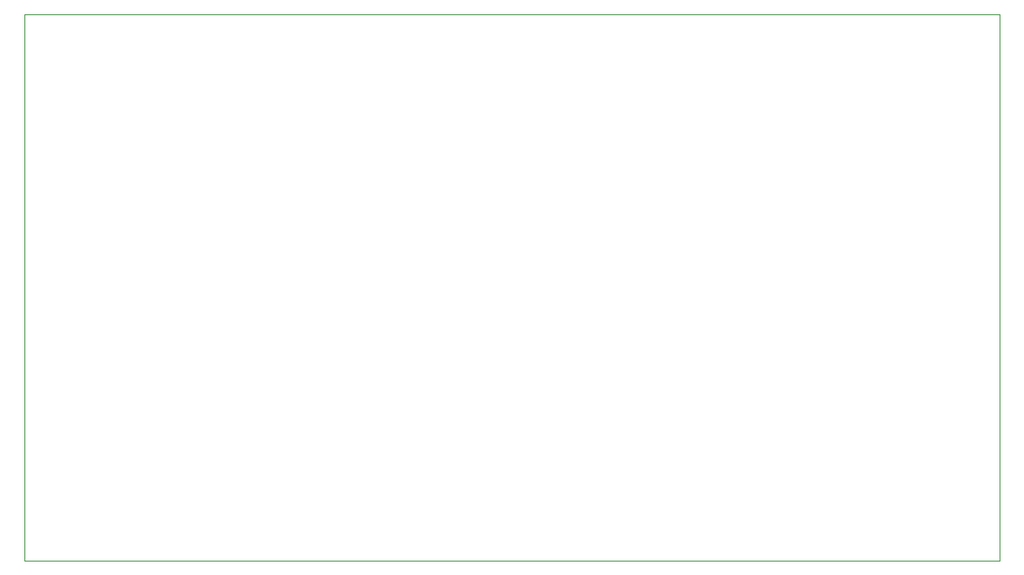
<source format=gbr>
%TF.GenerationSoftware,KiCad,Pcbnew,(5.1.0-1157-gc8cd95a71)*%
%TF.CreationDate,2019-06-29T21:36:28-07:00*%
%TF.ProjectId,adc344x,61646333-3434-4782-9e6b-696361645f70,rev?*%
%TF.SameCoordinates,Original*%
%TF.FileFunction,Profile,NP*%
%FSLAX46Y46*%
G04 Gerber Fmt 4.6, Leading zero omitted, Abs format (unit mm)*
G04 Created by KiCad (PCBNEW (5.1.0-1157-gc8cd95a71)) date 2019-06-29 21:36:28*
%MOMM*%
%LPD*%
G04 APERTURE LIST*
%ADD10C,0.050000*%
G04 APERTURE END LIST*
D10*
X209000000Y-44000000D02*
X112000000Y-44000000D01*
X209000000Y-99000000D02*
X209000000Y-44000000D01*
X111000000Y-99000000D02*
X209000000Y-99000000D01*
X111000000Y-96000000D02*
X111000000Y-99000000D01*
X111000000Y-44000000D02*
X111000000Y-96000000D01*
X112000000Y-44000000D02*
X111000000Y-44000000D01*
M02*

</source>
